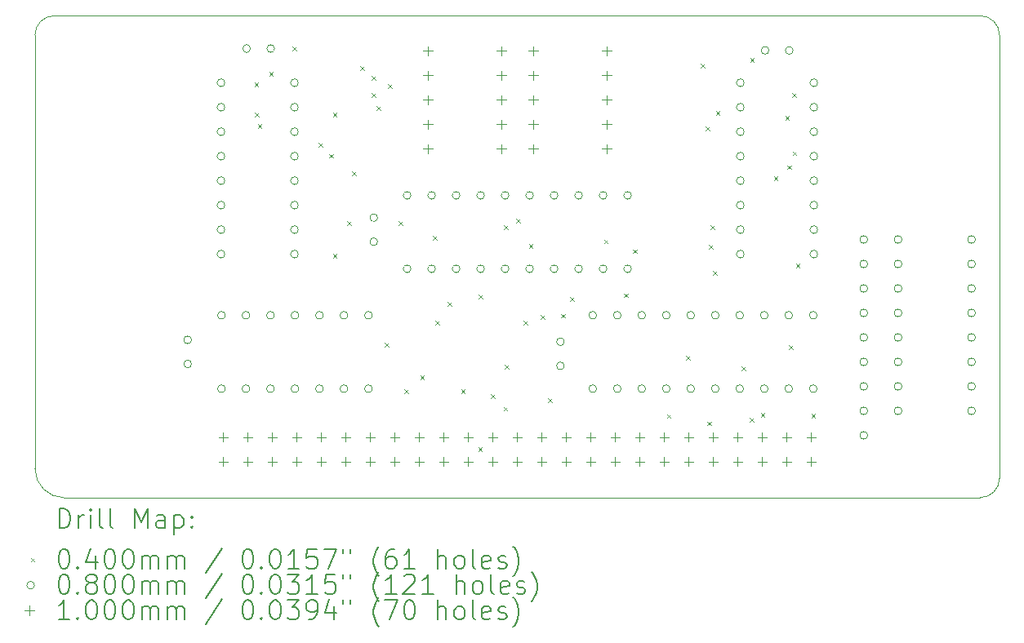
<source format=gbr>
%FSLAX45Y45*%
G04 Gerber Fmt 4.5, Leading zero omitted, Abs format (unit mm)*
G04 Created by KiCad (PCBNEW (6.0.6)) date 2022-12-03 11:10:41*
%MOMM*%
%LPD*%
G01*
G04 APERTURE LIST*
%TA.AperFunction,Profile*%
%ADD10C,0.100000*%
%TD*%
%ADD11C,0.200000*%
%ADD12C,0.040000*%
%ADD13C,0.080000*%
%ADD14C,0.100000*%
G04 APERTURE END LIST*
D10*
X10000000Y-11700000D02*
G75*
G03*
X10300000Y-12000000I300000J0D01*
G01*
X10000000Y-7200000D02*
X10000000Y-11700000D01*
X19800000Y-7000000D02*
X10200000Y-7000000D01*
X10200000Y-7000000D02*
G75*
G03*
X10000000Y-7200000I0J-200000D01*
G01*
X20000000Y-11800000D02*
X20000000Y-7200000D01*
X19800000Y-12000000D02*
G75*
G03*
X20000000Y-11800000I0J200000D01*
G01*
X20000000Y-7200000D02*
G75*
G03*
X19800000Y-7000000I-200000J0D01*
G01*
X10300000Y-12000000D02*
X19800000Y-12000000D01*
D11*
D12*
X12275000Y-7692500D02*
X12315000Y-7732500D01*
X12315000Y-7692500D02*
X12275000Y-7732500D01*
X12280000Y-8005000D02*
X12320000Y-8045000D01*
X12320000Y-8005000D02*
X12280000Y-8045000D01*
X12309262Y-8122617D02*
X12349262Y-8162617D01*
X12349262Y-8122617D02*
X12309262Y-8162617D01*
X12427500Y-7582500D02*
X12467500Y-7622500D01*
X12467500Y-7582500D02*
X12427500Y-7622500D01*
X12667300Y-7320600D02*
X12707300Y-7360600D01*
X12707300Y-7320600D02*
X12667300Y-7360600D01*
X12942500Y-8320000D02*
X12982500Y-8360000D01*
X12982500Y-8320000D02*
X12942500Y-8360000D01*
X13050269Y-8434450D02*
X13090269Y-8474450D01*
X13090269Y-8434450D02*
X13050269Y-8474450D01*
X13087500Y-8007500D02*
X13127500Y-8047500D01*
X13127500Y-8007500D02*
X13087500Y-8047500D01*
X13087500Y-9470000D02*
X13127500Y-9510000D01*
X13127500Y-9470000D02*
X13087500Y-9510000D01*
X13235000Y-9132500D02*
X13275000Y-9172500D01*
X13275000Y-9132500D02*
X13235000Y-9172500D01*
X13286033Y-8618650D02*
X13326033Y-8658650D01*
X13326033Y-8618650D02*
X13286033Y-8658650D01*
X13372500Y-7523800D02*
X13412500Y-7563800D01*
X13412500Y-7523800D02*
X13372500Y-7563800D01*
X13492800Y-7625400D02*
X13532800Y-7665400D01*
X13532800Y-7625400D02*
X13492800Y-7665400D01*
X13492800Y-7803200D02*
X13532800Y-7843200D01*
X13532800Y-7803200D02*
X13492800Y-7843200D01*
X13540000Y-7937500D02*
X13580000Y-7977500D01*
X13580000Y-7937500D02*
X13540000Y-7977500D01*
X13625000Y-10392500D02*
X13665000Y-10432500D01*
X13665000Y-10392500D02*
X13625000Y-10432500D01*
X13660000Y-7707500D02*
X13700000Y-7747500D01*
X13700000Y-7707500D02*
X13660000Y-7747500D01*
X13770636Y-9132550D02*
X13810636Y-9172550D01*
X13810636Y-9132550D02*
X13770636Y-9172550D01*
X13830000Y-10877500D02*
X13870000Y-10917500D01*
X13870000Y-10877500D02*
X13830000Y-10917500D01*
X13995000Y-10735000D02*
X14035000Y-10775000D01*
X14035000Y-10735000D02*
X13995000Y-10775000D01*
X14122500Y-9282500D02*
X14162500Y-9322500D01*
X14162500Y-9282500D02*
X14122500Y-9322500D01*
X14152500Y-10168250D02*
X14192500Y-10208250D01*
X14192500Y-10168250D02*
X14152500Y-10208250D01*
X14277550Y-9970000D02*
X14317550Y-10010000D01*
X14317550Y-9970000D02*
X14277550Y-10010000D01*
X14417500Y-10877500D02*
X14457500Y-10917500D01*
X14457500Y-10877500D02*
X14417500Y-10917500D01*
X14595000Y-11475000D02*
X14635000Y-11515000D01*
X14635000Y-11475000D02*
X14595000Y-11515000D01*
X14601641Y-9897550D02*
X14641641Y-9937550D01*
X14641641Y-9897550D02*
X14601641Y-9937550D01*
X14725000Y-10925000D02*
X14765000Y-10965000D01*
X14765000Y-10925000D02*
X14725000Y-10965000D01*
X14857500Y-11057500D02*
X14897500Y-11097500D01*
X14897500Y-11057500D02*
X14857500Y-11097500D01*
X14860000Y-9177500D02*
X14900000Y-9217500D01*
X14900000Y-9177500D02*
X14860000Y-9217500D01*
X14870000Y-10622500D02*
X14910000Y-10662500D01*
X14910000Y-10622500D02*
X14870000Y-10662500D01*
X14991738Y-9105050D02*
X15031738Y-9145050D01*
X15031738Y-9105050D02*
X14991738Y-9145050D01*
X15067450Y-10168250D02*
X15107450Y-10208250D01*
X15107450Y-10168250D02*
X15067450Y-10208250D01*
X15120000Y-9370000D02*
X15160000Y-9410000D01*
X15160000Y-9370000D02*
X15120000Y-9410000D01*
X15240531Y-10108674D02*
X15280531Y-10148674D01*
X15280531Y-10108674D02*
X15240531Y-10148674D01*
X15320000Y-10972500D02*
X15360000Y-11012500D01*
X15360000Y-10972500D02*
X15320000Y-11012500D01*
X15455000Y-10092500D02*
X15495000Y-10132500D01*
X15495000Y-10092500D02*
X15455000Y-10132500D01*
X15547500Y-9920000D02*
X15587500Y-9960000D01*
X15587500Y-9920000D02*
X15547500Y-9960000D01*
X15900000Y-9322500D02*
X15940000Y-9362500D01*
X15940000Y-9322500D02*
X15900000Y-9362500D01*
X16105000Y-9882500D02*
X16145000Y-9922500D01*
X16145000Y-9882500D02*
X16105000Y-9922500D01*
X16201426Y-9425714D02*
X16241426Y-9465714D01*
X16241426Y-9425714D02*
X16201426Y-9465714D01*
X16550960Y-11135680D02*
X16590960Y-11175680D01*
X16590960Y-11135680D02*
X16550960Y-11175680D01*
X16751620Y-10531160D02*
X16791620Y-10571160D01*
X16791620Y-10531160D02*
X16751620Y-10571160D01*
X16905000Y-7499000D02*
X16945000Y-7539000D01*
X16945000Y-7499000D02*
X16905000Y-7539000D01*
X16951000Y-8150000D02*
X16991000Y-8190000D01*
X16991000Y-8150000D02*
X16951000Y-8190000D01*
X16972600Y-11210001D02*
X17012600Y-11250001D01*
X17012600Y-11210001D02*
X16972600Y-11250001D01*
X16986494Y-9380750D02*
X17026494Y-9420750D01*
X17026494Y-9380750D02*
X16986494Y-9420750D01*
X17002500Y-9175000D02*
X17042500Y-9215000D01*
X17042500Y-9175000D02*
X17002500Y-9215000D01*
X17027500Y-9647500D02*
X17067500Y-9687500D01*
X17067500Y-9647500D02*
X17027500Y-9687500D01*
X17059000Y-7990000D02*
X17099000Y-8030000D01*
X17099000Y-7990000D02*
X17059000Y-8030000D01*
X17328200Y-10636630D02*
X17368200Y-10676630D01*
X17368200Y-10636630D02*
X17328200Y-10676630D01*
X17412500Y-11175000D02*
X17452500Y-11215000D01*
X17452500Y-11175000D02*
X17412500Y-11215000D01*
X17415000Y-7440000D02*
X17455000Y-7480000D01*
X17455000Y-7440000D02*
X17415000Y-7480000D01*
X17523780Y-11120101D02*
X17563780Y-11160101D01*
X17563780Y-11120101D02*
X17523780Y-11160101D01*
X17661000Y-8669000D02*
X17701000Y-8709000D01*
X17701000Y-8669000D02*
X17661000Y-8709000D01*
X17778550Y-8039652D02*
X17818550Y-8079652D01*
X17818550Y-8039652D02*
X17778550Y-8079652D01*
X17799000Y-8552000D02*
X17839000Y-8592000D01*
X17839000Y-8552000D02*
X17799000Y-8592000D01*
X17817846Y-10421814D02*
X17857846Y-10461814D01*
X17857846Y-10421814D02*
X17817846Y-10461814D01*
X17851000Y-7806000D02*
X17891000Y-7846000D01*
X17891000Y-7806000D02*
X17851000Y-7846000D01*
X17854000Y-8408000D02*
X17894000Y-8448000D01*
X17894000Y-8408000D02*
X17854000Y-8448000D01*
X17890000Y-9575000D02*
X17930000Y-9615000D01*
X17930000Y-9575000D02*
X17890000Y-9615000D01*
X18050000Y-11130000D02*
X18090000Y-11170000D01*
X18090000Y-11130000D02*
X18050000Y-11170000D01*
D13*
X11622400Y-10363200D02*
G75*
G03*
X11622400Y-10363200I-40000J0D01*
G01*
X11622400Y-10613200D02*
G75*
G03*
X11622400Y-10613200I-40000J0D01*
G01*
X11968000Y-7695200D02*
G75*
G03*
X11968000Y-7695200I-40000J0D01*
G01*
X11968000Y-7949200D02*
G75*
G03*
X11968000Y-7949200I-40000J0D01*
G01*
X11968000Y-8203200D02*
G75*
G03*
X11968000Y-8203200I-40000J0D01*
G01*
X11968000Y-8457200D02*
G75*
G03*
X11968000Y-8457200I-40000J0D01*
G01*
X11968000Y-8711200D02*
G75*
G03*
X11968000Y-8711200I-40000J0D01*
G01*
X11968000Y-8965200D02*
G75*
G03*
X11968000Y-8965200I-40000J0D01*
G01*
X11968000Y-9219200D02*
G75*
G03*
X11968000Y-9219200I-40000J0D01*
G01*
X11968000Y-9473200D02*
G75*
G03*
X11968000Y-9473200I-40000J0D01*
G01*
X11973000Y-10108200D02*
G75*
G03*
X11973000Y-10108200I-40000J0D01*
G01*
X11973000Y-10870200D02*
G75*
G03*
X11973000Y-10870200I-40000J0D01*
G01*
X12227000Y-10108200D02*
G75*
G03*
X12227000Y-10108200I-40000J0D01*
G01*
X12227000Y-10870200D02*
G75*
G03*
X12227000Y-10870200I-40000J0D01*
G01*
X12234000Y-7340600D02*
G75*
G03*
X12234000Y-7340600I-40000J0D01*
G01*
X12481000Y-10108200D02*
G75*
G03*
X12481000Y-10108200I-40000J0D01*
G01*
X12481000Y-10870200D02*
G75*
G03*
X12481000Y-10870200I-40000J0D01*
G01*
X12484000Y-7340600D02*
G75*
G03*
X12484000Y-7340600I-40000J0D01*
G01*
X12730000Y-7695200D02*
G75*
G03*
X12730000Y-7695200I-40000J0D01*
G01*
X12730000Y-7949200D02*
G75*
G03*
X12730000Y-7949200I-40000J0D01*
G01*
X12730000Y-8203200D02*
G75*
G03*
X12730000Y-8203200I-40000J0D01*
G01*
X12730000Y-8457200D02*
G75*
G03*
X12730000Y-8457200I-40000J0D01*
G01*
X12730000Y-8711200D02*
G75*
G03*
X12730000Y-8711200I-40000J0D01*
G01*
X12730000Y-8965200D02*
G75*
G03*
X12730000Y-8965200I-40000J0D01*
G01*
X12730000Y-9219200D02*
G75*
G03*
X12730000Y-9219200I-40000J0D01*
G01*
X12730000Y-9473200D02*
G75*
G03*
X12730000Y-9473200I-40000J0D01*
G01*
X12735000Y-10108200D02*
G75*
G03*
X12735000Y-10108200I-40000J0D01*
G01*
X12735000Y-10870200D02*
G75*
G03*
X12735000Y-10870200I-40000J0D01*
G01*
X12989000Y-10108200D02*
G75*
G03*
X12989000Y-10108200I-40000J0D01*
G01*
X12989000Y-10870200D02*
G75*
G03*
X12989000Y-10870200I-40000J0D01*
G01*
X13243000Y-10108200D02*
G75*
G03*
X13243000Y-10108200I-40000J0D01*
G01*
X13243000Y-10870200D02*
G75*
G03*
X13243000Y-10870200I-40000J0D01*
G01*
X13497000Y-10108200D02*
G75*
G03*
X13497000Y-10108200I-40000J0D01*
G01*
X13497000Y-10870200D02*
G75*
G03*
X13497000Y-10870200I-40000J0D01*
G01*
X13552800Y-9095200D02*
G75*
G03*
X13552800Y-9095200I-40000J0D01*
G01*
X13552800Y-9345200D02*
G75*
G03*
X13552800Y-9345200I-40000J0D01*
G01*
X13898000Y-8863600D02*
G75*
G03*
X13898000Y-8863600I-40000J0D01*
G01*
X13898000Y-9625600D02*
G75*
G03*
X13898000Y-9625600I-40000J0D01*
G01*
X14152000Y-8863600D02*
G75*
G03*
X14152000Y-8863600I-40000J0D01*
G01*
X14152000Y-9625600D02*
G75*
G03*
X14152000Y-9625600I-40000J0D01*
G01*
X14406000Y-8863600D02*
G75*
G03*
X14406000Y-8863600I-40000J0D01*
G01*
X14406000Y-9625600D02*
G75*
G03*
X14406000Y-9625600I-40000J0D01*
G01*
X14660000Y-8863600D02*
G75*
G03*
X14660000Y-8863600I-40000J0D01*
G01*
X14660000Y-9625600D02*
G75*
G03*
X14660000Y-9625600I-40000J0D01*
G01*
X14914000Y-8863600D02*
G75*
G03*
X14914000Y-8863600I-40000J0D01*
G01*
X14914000Y-9625600D02*
G75*
G03*
X14914000Y-9625600I-40000J0D01*
G01*
X15168000Y-8863600D02*
G75*
G03*
X15168000Y-8863600I-40000J0D01*
G01*
X15168000Y-9625600D02*
G75*
G03*
X15168000Y-9625600I-40000J0D01*
G01*
X15422000Y-8863600D02*
G75*
G03*
X15422000Y-8863600I-40000J0D01*
G01*
X15422000Y-9625600D02*
G75*
G03*
X15422000Y-9625600I-40000J0D01*
G01*
X15487500Y-10382500D02*
G75*
G03*
X15487500Y-10382500I-40000J0D01*
G01*
X15487500Y-10632500D02*
G75*
G03*
X15487500Y-10632500I-40000J0D01*
G01*
X15676000Y-8863600D02*
G75*
G03*
X15676000Y-8863600I-40000J0D01*
G01*
X15676000Y-9625600D02*
G75*
G03*
X15676000Y-9625600I-40000J0D01*
G01*
X15823000Y-10108200D02*
G75*
G03*
X15823000Y-10108200I-40000J0D01*
G01*
X15823000Y-10870200D02*
G75*
G03*
X15823000Y-10870200I-40000J0D01*
G01*
X15930000Y-8863600D02*
G75*
G03*
X15930000Y-8863600I-40000J0D01*
G01*
X15930000Y-9625600D02*
G75*
G03*
X15930000Y-9625600I-40000J0D01*
G01*
X16077000Y-10108200D02*
G75*
G03*
X16077000Y-10108200I-40000J0D01*
G01*
X16077000Y-10870200D02*
G75*
G03*
X16077000Y-10870200I-40000J0D01*
G01*
X16184000Y-8863600D02*
G75*
G03*
X16184000Y-8863600I-40000J0D01*
G01*
X16184000Y-9625600D02*
G75*
G03*
X16184000Y-9625600I-40000J0D01*
G01*
X16331000Y-10108200D02*
G75*
G03*
X16331000Y-10108200I-40000J0D01*
G01*
X16331000Y-10870200D02*
G75*
G03*
X16331000Y-10870200I-40000J0D01*
G01*
X16585000Y-10108200D02*
G75*
G03*
X16585000Y-10108200I-40000J0D01*
G01*
X16585000Y-10870200D02*
G75*
G03*
X16585000Y-10870200I-40000J0D01*
G01*
X16839000Y-10108200D02*
G75*
G03*
X16839000Y-10108200I-40000J0D01*
G01*
X16839000Y-10870200D02*
G75*
G03*
X16839000Y-10870200I-40000J0D01*
G01*
X17093000Y-10108200D02*
G75*
G03*
X17093000Y-10108200I-40000J0D01*
G01*
X17093000Y-10870200D02*
G75*
G03*
X17093000Y-10870200I-40000J0D01*
G01*
X17347000Y-10108200D02*
G75*
G03*
X17347000Y-10108200I-40000J0D01*
G01*
X17347000Y-10870200D02*
G75*
G03*
X17347000Y-10870200I-40000J0D01*
G01*
X17353000Y-7695200D02*
G75*
G03*
X17353000Y-7695200I-40000J0D01*
G01*
X17353000Y-7949200D02*
G75*
G03*
X17353000Y-7949200I-40000J0D01*
G01*
X17353000Y-8203200D02*
G75*
G03*
X17353000Y-8203200I-40000J0D01*
G01*
X17353000Y-8457200D02*
G75*
G03*
X17353000Y-8457200I-40000J0D01*
G01*
X17353000Y-8711200D02*
G75*
G03*
X17353000Y-8711200I-40000J0D01*
G01*
X17353000Y-8965200D02*
G75*
G03*
X17353000Y-8965200I-40000J0D01*
G01*
X17353000Y-9219200D02*
G75*
G03*
X17353000Y-9219200I-40000J0D01*
G01*
X17353000Y-9473200D02*
G75*
G03*
X17353000Y-9473200I-40000J0D01*
G01*
X17601000Y-10108200D02*
G75*
G03*
X17601000Y-10108200I-40000J0D01*
G01*
X17601000Y-10870200D02*
G75*
G03*
X17601000Y-10870200I-40000J0D01*
G01*
X17610000Y-7360000D02*
G75*
G03*
X17610000Y-7360000I-40000J0D01*
G01*
X17855000Y-10108200D02*
G75*
G03*
X17855000Y-10108200I-40000J0D01*
G01*
X17855000Y-10870200D02*
G75*
G03*
X17855000Y-10870200I-40000J0D01*
G01*
X17860000Y-7360000D02*
G75*
G03*
X17860000Y-7360000I-40000J0D01*
G01*
X18109000Y-10108200D02*
G75*
G03*
X18109000Y-10108200I-40000J0D01*
G01*
X18109000Y-10870200D02*
G75*
G03*
X18109000Y-10870200I-40000J0D01*
G01*
X18115000Y-7695200D02*
G75*
G03*
X18115000Y-7695200I-40000J0D01*
G01*
X18115000Y-7949200D02*
G75*
G03*
X18115000Y-7949200I-40000J0D01*
G01*
X18115000Y-8203200D02*
G75*
G03*
X18115000Y-8203200I-40000J0D01*
G01*
X18115000Y-8457200D02*
G75*
G03*
X18115000Y-8457200I-40000J0D01*
G01*
X18115000Y-8711200D02*
G75*
G03*
X18115000Y-8711200I-40000J0D01*
G01*
X18115000Y-8965200D02*
G75*
G03*
X18115000Y-8965200I-40000J0D01*
G01*
X18115000Y-9219200D02*
G75*
G03*
X18115000Y-9219200I-40000J0D01*
G01*
X18115000Y-9473200D02*
G75*
G03*
X18115000Y-9473200I-40000J0D01*
G01*
X18632800Y-9321800D02*
G75*
G03*
X18632800Y-9321800I-40000J0D01*
G01*
X18632800Y-9575800D02*
G75*
G03*
X18632800Y-9575800I-40000J0D01*
G01*
X18632800Y-9829800D02*
G75*
G03*
X18632800Y-9829800I-40000J0D01*
G01*
X18632800Y-10083800D02*
G75*
G03*
X18632800Y-10083800I-40000J0D01*
G01*
X18632800Y-10337800D02*
G75*
G03*
X18632800Y-10337800I-40000J0D01*
G01*
X18632800Y-10591800D02*
G75*
G03*
X18632800Y-10591800I-40000J0D01*
G01*
X18632800Y-10845800D02*
G75*
G03*
X18632800Y-10845800I-40000J0D01*
G01*
X18632800Y-11099800D02*
G75*
G03*
X18632800Y-11099800I-40000J0D01*
G01*
X18632800Y-11353800D02*
G75*
G03*
X18632800Y-11353800I-40000J0D01*
G01*
X18988400Y-9321800D02*
G75*
G03*
X18988400Y-9321800I-40000J0D01*
G01*
X18988400Y-9575800D02*
G75*
G03*
X18988400Y-9575800I-40000J0D01*
G01*
X18988400Y-9829800D02*
G75*
G03*
X18988400Y-9829800I-40000J0D01*
G01*
X18988400Y-10083800D02*
G75*
G03*
X18988400Y-10083800I-40000J0D01*
G01*
X18988400Y-10337800D02*
G75*
G03*
X18988400Y-10337800I-40000J0D01*
G01*
X18988400Y-10591800D02*
G75*
G03*
X18988400Y-10591800I-40000J0D01*
G01*
X18988400Y-10845800D02*
G75*
G03*
X18988400Y-10845800I-40000J0D01*
G01*
X18988400Y-11099800D02*
G75*
G03*
X18988400Y-11099800I-40000J0D01*
G01*
X19750400Y-9321800D02*
G75*
G03*
X19750400Y-9321800I-40000J0D01*
G01*
X19750400Y-9575800D02*
G75*
G03*
X19750400Y-9575800I-40000J0D01*
G01*
X19750400Y-9829800D02*
G75*
G03*
X19750400Y-9829800I-40000J0D01*
G01*
X19750400Y-10083800D02*
G75*
G03*
X19750400Y-10083800I-40000J0D01*
G01*
X19750400Y-10337800D02*
G75*
G03*
X19750400Y-10337800I-40000J0D01*
G01*
X19750400Y-10591800D02*
G75*
G03*
X19750400Y-10591800I-40000J0D01*
G01*
X19750400Y-10845800D02*
G75*
G03*
X19750400Y-10845800I-40000J0D01*
G01*
X19750400Y-11099800D02*
G75*
G03*
X19750400Y-11099800I-40000J0D01*
G01*
D14*
X11952000Y-11321000D02*
X11952000Y-11421000D01*
X11902000Y-11371000D02*
X12002000Y-11371000D01*
X11952000Y-11575000D02*
X11952000Y-11675000D01*
X11902000Y-11625000D02*
X12002000Y-11625000D01*
X12206000Y-11321000D02*
X12206000Y-11421000D01*
X12156000Y-11371000D02*
X12256000Y-11371000D01*
X12206000Y-11575000D02*
X12206000Y-11675000D01*
X12156000Y-11625000D02*
X12256000Y-11625000D01*
X12460000Y-11321000D02*
X12460000Y-11421000D01*
X12410000Y-11371000D02*
X12510000Y-11371000D01*
X12460000Y-11575000D02*
X12460000Y-11675000D01*
X12410000Y-11625000D02*
X12510000Y-11625000D01*
X12714000Y-11321000D02*
X12714000Y-11421000D01*
X12664000Y-11371000D02*
X12764000Y-11371000D01*
X12714000Y-11575000D02*
X12714000Y-11675000D01*
X12664000Y-11625000D02*
X12764000Y-11625000D01*
X12968000Y-11321000D02*
X12968000Y-11421000D01*
X12918000Y-11371000D02*
X13018000Y-11371000D01*
X12968000Y-11575000D02*
X12968000Y-11675000D01*
X12918000Y-11625000D02*
X13018000Y-11625000D01*
X13222000Y-11321000D02*
X13222000Y-11421000D01*
X13172000Y-11371000D02*
X13272000Y-11371000D01*
X13222000Y-11575000D02*
X13222000Y-11675000D01*
X13172000Y-11625000D02*
X13272000Y-11625000D01*
X13476000Y-11321000D02*
X13476000Y-11421000D01*
X13426000Y-11371000D02*
X13526000Y-11371000D01*
X13476000Y-11575000D02*
X13476000Y-11675000D01*
X13426000Y-11625000D02*
X13526000Y-11625000D01*
X13730000Y-11321000D02*
X13730000Y-11421000D01*
X13680000Y-11371000D02*
X13780000Y-11371000D01*
X13730000Y-11575000D02*
X13730000Y-11675000D01*
X13680000Y-11625000D02*
X13780000Y-11625000D01*
X13984000Y-11321000D02*
X13984000Y-11421000D01*
X13934000Y-11371000D02*
X14034000Y-11371000D01*
X13984000Y-11575000D02*
X13984000Y-11675000D01*
X13934000Y-11625000D02*
X14034000Y-11625000D01*
X14071600Y-7316000D02*
X14071600Y-7416000D01*
X14021600Y-7366000D02*
X14121600Y-7366000D01*
X14071600Y-7570000D02*
X14071600Y-7670000D01*
X14021600Y-7620000D02*
X14121600Y-7620000D01*
X14071600Y-7824000D02*
X14071600Y-7924000D01*
X14021600Y-7874000D02*
X14121600Y-7874000D01*
X14071600Y-8078000D02*
X14071600Y-8178000D01*
X14021600Y-8128000D02*
X14121600Y-8128000D01*
X14071600Y-8332000D02*
X14071600Y-8432000D01*
X14021600Y-8382000D02*
X14121600Y-8382000D01*
X14238000Y-11321000D02*
X14238000Y-11421000D01*
X14188000Y-11371000D02*
X14288000Y-11371000D01*
X14238000Y-11575000D02*
X14238000Y-11675000D01*
X14188000Y-11625000D02*
X14288000Y-11625000D01*
X14492000Y-11321000D02*
X14492000Y-11421000D01*
X14442000Y-11371000D02*
X14542000Y-11371000D01*
X14492000Y-11575000D02*
X14492000Y-11675000D01*
X14442000Y-11625000D02*
X14542000Y-11625000D01*
X14746000Y-11321000D02*
X14746000Y-11421000D01*
X14696000Y-11371000D02*
X14796000Y-11371000D01*
X14746000Y-11575000D02*
X14746000Y-11675000D01*
X14696000Y-11625000D02*
X14796000Y-11625000D01*
X14833600Y-7316000D02*
X14833600Y-7416000D01*
X14783600Y-7366000D02*
X14883600Y-7366000D01*
X14833600Y-7570000D02*
X14833600Y-7670000D01*
X14783600Y-7620000D02*
X14883600Y-7620000D01*
X14833600Y-7824000D02*
X14833600Y-7924000D01*
X14783600Y-7874000D02*
X14883600Y-7874000D01*
X14833600Y-8078000D02*
X14833600Y-8178000D01*
X14783600Y-8128000D02*
X14883600Y-8128000D01*
X14833600Y-8332000D02*
X14833600Y-8432000D01*
X14783600Y-8382000D02*
X14883600Y-8382000D01*
X15000000Y-11321000D02*
X15000000Y-11421000D01*
X14950000Y-11371000D02*
X15050000Y-11371000D01*
X15000000Y-11575000D02*
X15000000Y-11675000D01*
X14950000Y-11625000D02*
X15050000Y-11625000D01*
X15163800Y-7316000D02*
X15163800Y-7416000D01*
X15113800Y-7366000D02*
X15213800Y-7366000D01*
X15163800Y-7570000D02*
X15163800Y-7670000D01*
X15113800Y-7620000D02*
X15213800Y-7620000D01*
X15163800Y-7824000D02*
X15163800Y-7924000D01*
X15113800Y-7874000D02*
X15213800Y-7874000D01*
X15163800Y-8078000D02*
X15163800Y-8178000D01*
X15113800Y-8128000D02*
X15213800Y-8128000D01*
X15163800Y-8332000D02*
X15163800Y-8432000D01*
X15113800Y-8382000D02*
X15213800Y-8382000D01*
X15254000Y-11321000D02*
X15254000Y-11421000D01*
X15204000Y-11371000D02*
X15304000Y-11371000D01*
X15254000Y-11575000D02*
X15254000Y-11675000D01*
X15204000Y-11625000D02*
X15304000Y-11625000D01*
X15508000Y-11321000D02*
X15508000Y-11421000D01*
X15458000Y-11371000D02*
X15558000Y-11371000D01*
X15508000Y-11575000D02*
X15508000Y-11675000D01*
X15458000Y-11625000D02*
X15558000Y-11625000D01*
X15762000Y-11321000D02*
X15762000Y-11421000D01*
X15712000Y-11371000D02*
X15812000Y-11371000D01*
X15762000Y-11575000D02*
X15762000Y-11675000D01*
X15712000Y-11625000D02*
X15812000Y-11625000D01*
X15925800Y-7316000D02*
X15925800Y-7416000D01*
X15875800Y-7366000D02*
X15975800Y-7366000D01*
X15925800Y-7570000D02*
X15925800Y-7670000D01*
X15875800Y-7620000D02*
X15975800Y-7620000D01*
X15925800Y-7824000D02*
X15925800Y-7924000D01*
X15875800Y-7874000D02*
X15975800Y-7874000D01*
X15925800Y-8078000D02*
X15925800Y-8178000D01*
X15875800Y-8128000D02*
X15975800Y-8128000D01*
X15925800Y-8332000D02*
X15925800Y-8432000D01*
X15875800Y-8382000D02*
X15975800Y-8382000D01*
X16016000Y-11321000D02*
X16016000Y-11421000D01*
X15966000Y-11371000D02*
X16066000Y-11371000D01*
X16016000Y-11575000D02*
X16016000Y-11675000D01*
X15966000Y-11625000D02*
X16066000Y-11625000D01*
X16270000Y-11321000D02*
X16270000Y-11421000D01*
X16220000Y-11371000D02*
X16320000Y-11371000D01*
X16270000Y-11575000D02*
X16270000Y-11675000D01*
X16220000Y-11625000D02*
X16320000Y-11625000D01*
X16524000Y-11321000D02*
X16524000Y-11421000D01*
X16474000Y-11371000D02*
X16574000Y-11371000D01*
X16524000Y-11575000D02*
X16524000Y-11675000D01*
X16474000Y-11625000D02*
X16574000Y-11625000D01*
X16778000Y-11321000D02*
X16778000Y-11421000D01*
X16728000Y-11371000D02*
X16828000Y-11371000D01*
X16778000Y-11575000D02*
X16778000Y-11675000D01*
X16728000Y-11625000D02*
X16828000Y-11625000D01*
X17032000Y-11321000D02*
X17032000Y-11421000D01*
X16982000Y-11371000D02*
X17082000Y-11371000D01*
X17032000Y-11575000D02*
X17032000Y-11675000D01*
X16982000Y-11625000D02*
X17082000Y-11625000D01*
X17286000Y-11321000D02*
X17286000Y-11421000D01*
X17236000Y-11371000D02*
X17336000Y-11371000D01*
X17286000Y-11575000D02*
X17286000Y-11675000D01*
X17236000Y-11625000D02*
X17336000Y-11625000D01*
X17540000Y-11321000D02*
X17540000Y-11421000D01*
X17490000Y-11371000D02*
X17590000Y-11371000D01*
X17540000Y-11575000D02*
X17540000Y-11675000D01*
X17490000Y-11625000D02*
X17590000Y-11625000D01*
X17794000Y-11321000D02*
X17794000Y-11421000D01*
X17744000Y-11371000D02*
X17844000Y-11371000D01*
X17794000Y-11575000D02*
X17794000Y-11675000D01*
X17744000Y-11625000D02*
X17844000Y-11625000D01*
X18048000Y-11321000D02*
X18048000Y-11421000D01*
X17998000Y-11371000D02*
X18098000Y-11371000D01*
X18048000Y-11575000D02*
X18048000Y-11675000D01*
X17998000Y-11625000D02*
X18098000Y-11625000D01*
D11*
X10252619Y-12315476D02*
X10252619Y-12115476D01*
X10300238Y-12115476D01*
X10328810Y-12125000D01*
X10347857Y-12144048D01*
X10357381Y-12163095D01*
X10366905Y-12201190D01*
X10366905Y-12229762D01*
X10357381Y-12267857D01*
X10347857Y-12286905D01*
X10328810Y-12305952D01*
X10300238Y-12315476D01*
X10252619Y-12315476D01*
X10452619Y-12315476D02*
X10452619Y-12182143D01*
X10452619Y-12220238D02*
X10462143Y-12201190D01*
X10471667Y-12191667D01*
X10490714Y-12182143D01*
X10509762Y-12182143D01*
X10576429Y-12315476D02*
X10576429Y-12182143D01*
X10576429Y-12115476D02*
X10566905Y-12125000D01*
X10576429Y-12134524D01*
X10585952Y-12125000D01*
X10576429Y-12115476D01*
X10576429Y-12134524D01*
X10700238Y-12315476D02*
X10681190Y-12305952D01*
X10671667Y-12286905D01*
X10671667Y-12115476D01*
X10805000Y-12315476D02*
X10785952Y-12305952D01*
X10776429Y-12286905D01*
X10776429Y-12115476D01*
X11033571Y-12315476D02*
X11033571Y-12115476D01*
X11100238Y-12258333D01*
X11166905Y-12115476D01*
X11166905Y-12315476D01*
X11347857Y-12315476D02*
X11347857Y-12210714D01*
X11338333Y-12191667D01*
X11319286Y-12182143D01*
X11281190Y-12182143D01*
X11262143Y-12191667D01*
X11347857Y-12305952D02*
X11328809Y-12315476D01*
X11281190Y-12315476D01*
X11262143Y-12305952D01*
X11252619Y-12286905D01*
X11252619Y-12267857D01*
X11262143Y-12248809D01*
X11281190Y-12239286D01*
X11328809Y-12239286D01*
X11347857Y-12229762D01*
X11443095Y-12182143D02*
X11443095Y-12382143D01*
X11443095Y-12191667D02*
X11462143Y-12182143D01*
X11500238Y-12182143D01*
X11519286Y-12191667D01*
X11528809Y-12201190D01*
X11538333Y-12220238D01*
X11538333Y-12277381D01*
X11528809Y-12296428D01*
X11519286Y-12305952D01*
X11500238Y-12315476D01*
X11462143Y-12315476D01*
X11443095Y-12305952D01*
X11624048Y-12296428D02*
X11633571Y-12305952D01*
X11624048Y-12315476D01*
X11614524Y-12305952D01*
X11624048Y-12296428D01*
X11624048Y-12315476D01*
X11624048Y-12191667D02*
X11633571Y-12201190D01*
X11624048Y-12210714D01*
X11614524Y-12201190D01*
X11624048Y-12191667D01*
X11624048Y-12210714D01*
D12*
X9955000Y-12625000D02*
X9995000Y-12665000D01*
X9995000Y-12625000D02*
X9955000Y-12665000D01*
D11*
X10290714Y-12535476D02*
X10309762Y-12535476D01*
X10328810Y-12545000D01*
X10338333Y-12554524D01*
X10347857Y-12573571D01*
X10357381Y-12611667D01*
X10357381Y-12659286D01*
X10347857Y-12697381D01*
X10338333Y-12716428D01*
X10328810Y-12725952D01*
X10309762Y-12735476D01*
X10290714Y-12735476D01*
X10271667Y-12725952D01*
X10262143Y-12716428D01*
X10252619Y-12697381D01*
X10243095Y-12659286D01*
X10243095Y-12611667D01*
X10252619Y-12573571D01*
X10262143Y-12554524D01*
X10271667Y-12545000D01*
X10290714Y-12535476D01*
X10443095Y-12716428D02*
X10452619Y-12725952D01*
X10443095Y-12735476D01*
X10433571Y-12725952D01*
X10443095Y-12716428D01*
X10443095Y-12735476D01*
X10624048Y-12602143D02*
X10624048Y-12735476D01*
X10576429Y-12525952D02*
X10528810Y-12668809D01*
X10652619Y-12668809D01*
X10766905Y-12535476D02*
X10785952Y-12535476D01*
X10805000Y-12545000D01*
X10814524Y-12554524D01*
X10824048Y-12573571D01*
X10833571Y-12611667D01*
X10833571Y-12659286D01*
X10824048Y-12697381D01*
X10814524Y-12716428D01*
X10805000Y-12725952D01*
X10785952Y-12735476D01*
X10766905Y-12735476D01*
X10747857Y-12725952D01*
X10738333Y-12716428D01*
X10728810Y-12697381D01*
X10719286Y-12659286D01*
X10719286Y-12611667D01*
X10728810Y-12573571D01*
X10738333Y-12554524D01*
X10747857Y-12545000D01*
X10766905Y-12535476D01*
X10957381Y-12535476D02*
X10976429Y-12535476D01*
X10995476Y-12545000D01*
X11005000Y-12554524D01*
X11014524Y-12573571D01*
X11024048Y-12611667D01*
X11024048Y-12659286D01*
X11014524Y-12697381D01*
X11005000Y-12716428D01*
X10995476Y-12725952D01*
X10976429Y-12735476D01*
X10957381Y-12735476D01*
X10938333Y-12725952D01*
X10928810Y-12716428D01*
X10919286Y-12697381D01*
X10909762Y-12659286D01*
X10909762Y-12611667D01*
X10919286Y-12573571D01*
X10928810Y-12554524D01*
X10938333Y-12545000D01*
X10957381Y-12535476D01*
X11109762Y-12735476D02*
X11109762Y-12602143D01*
X11109762Y-12621190D02*
X11119286Y-12611667D01*
X11138333Y-12602143D01*
X11166905Y-12602143D01*
X11185952Y-12611667D01*
X11195476Y-12630714D01*
X11195476Y-12735476D01*
X11195476Y-12630714D02*
X11205000Y-12611667D01*
X11224048Y-12602143D01*
X11252619Y-12602143D01*
X11271667Y-12611667D01*
X11281190Y-12630714D01*
X11281190Y-12735476D01*
X11376428Y-12735476D02*
X11376428Y-12602143D01*
X11376428Y-12621190D02*
X11385952Y-12611667D01*
X11405000Y-12602143D01*
X11433571Y-12602143D01*
X11452619Y-12611667D01*
X11462143Y-12630714D01*
X11462143Y-12735476D01*
X11462143Y-12630714D02*
X11471667Y-12611667D01*
X11490714Y-12602143D01*
X11519286Y-12602143D01*
X11538333Y-12611667D01*
X11547857Y-12630714D01*
X11547857Y-12735476D01*
X11938333Y-12525952D02*
X11766905Y-12783095D01*
X12195476Y-12535476D02*
X12214524Y-12535476D01*
X12233571Y-12545000D01*
X12243095Y-12554524D01*
X12252619Y-12573571D01*
X12262143Y-12611667D01*
X12262143Y-12659286D01*
X12252619Y-12697381D01*
X12243095Y-12716428D01*
X12233571Y-12725952D01*
X12214524Y-12735476D01*
X12195476Y-12735476D01*
X12176428Y-12725952D01*
X12166905Y-12716428D01*
X12157381Y-12697381D01*
X12147857Y-12659286D01*
X12147857Y-12611667D01*
X12157381Y-12573571D01*
X12166905Y-12554524D01*
X12176428Y-12545000D01*
X12195476Y-12535476D01*
X12347857Y-12716428D02*
X12357381Y-12725952D01*
X12347857Y-12735476D01*
X12338333Y-12725952D01*
X12347857Y-12716428D01*
X12347857Y-12735476D01*
X12481190Y-12535476D02*
X12500238Y-12535476D01*
X12519286Y-12545000D01*
X12528809Y-12554524D01*
X12538333Y-12573571D01*
X12547857Y-12611667D01*
X12547857Y-12659286D01*
X12538333Y-12697381D01*
X12528809Y-12716428D01*
X12519286Y-12725952D01*
X12500238Y-12735476D01*
X12481190Y-12735476D01*
X12462143Y-12725952D01*
X12452619Y-12716428D01*
X12443095Y-12697381D01*
X12433571Y-12659286D01*
X12433571Y-12611667D01*
X12443095Y-12573571D01*
X12452619Y-12554524D01*
X12462143Y-12545000D01*
X12481190Y-12535476D01*
X12738333Y-12735476D02*
X12624048Y-12735476D01*
X12681190Y-12735476D02*
X12681190Y-12535476D01*
X12662143Y-12564048D01*
X12643095Y-12583095D01*
X12624048Y-12592619D01*
X12919286Y-12535476D02*
X12824048Y-12535476D01*
X12814524Y-12630714D01*
X12824048Y-12621190D01*
X12843095Y-12611667D01*
X12890714Y-12611667D01*
X12909762Y-12621190D01*
X12919286Y-12630714D01*
X12928809Y-12649762D01*
X12928809Y-12697381D01*
X12919286Y-12716428D01*
X12909762Y-12725952D01*
X12890714Y-12735476D01*
X12843095Y-12735476D01*
X12824048Y-12725952D01*
X12814524Y-12716428D01*
X12995476Y-12535476D02*
X13128809Y-12535476D01*
X13043095Y-12735476D01*
X13195476Y-12535476D02*
X13195476Y-12573571D01*
X13271667Y-12535476D02*
X13271667Y-12573571D01*
X13566905Y-12811667D02*
X13557381Y-12802143D01*
X13538333Y-12773571D01*
X13528809Y-12754524D01*
X13519286Y-12725952D01*
X13509762Y-12678333D01*
X13509762Y-12640238D01*
X13519286Y-12592619D01*
X13528809Y-12564048D01*
X13538333Y-12545000D01*
X13557381Y-12516428D01*
X13566905Y-12506905D01*
X13728809Y-12535476D02*
X13690714Y-12535476D01*
X13671667Y-12545000D01*
X13662143Y-12554524D01*
X13643095Y-12583095D01*
X13633571Y-12621190D01*
X13633571Y-12697381D01*
X13643095Y-12716428D01*
X13652619Y-12725952D01*
X13671667Y-12735476D01*
X13709762Y-12735476D01*
X13728809Y-12725952D01*
X13738333Y-12716428D01*
X13747857Y-12697381D01*
X13747857Y-12649762D01*
X13738333Y-12630714D01*
X13728809Y-12621190D01*
X13709762Y-12611667D01*
X13671667Y-12611667D01*
X13652619Y-12621190D01*
X13643095Y-12630714D01*
X13633571Y-12649762D01*
X13938333Y-12735476D02*
X13824048Y-12735476D01*
X13881190Y-12735476D02*
X13881190Y-12535476D01*
X13862143Y-12564048D01*
X13843095Y-12583095D01*
X13824048Y-12592619D01*
X14176428Y-12735476D02*
X14176428Y-12535476D01*
X14262143Y-12735476D02*
X14262143Y-12630714D01*
X14252619Y-12611667D01*
X14233571Y-12602143D01*
X14205000Y-12602143D01*
X14185952Y-12611667D01*
X14176428Y-12621190D01*
X14385952Y-12735476D02*
X14366905Y-12725952D01*
X14357381Y-12716428D01*
X14347857Y-12697381D01*
X14347857Y-12640238D01*
X14357381Y-12621190D01*
X14366905Y-12611667D01*
X14385952Y-12602143D01*
X14414524Y-12602143D01*
X14433571Y-12611667D01*
X14443095Y-12621190D01*
X14452619Y-12640238D01*
X14452619Y-12697381D01*
X14443095Y-12716428D01*
X14433571Y-12725952D01*
X14414524Y-12735476D01*
X14385952Y-12735476D01*
X14566905Y-12735476D02*
X14547857Y-12725952D01*
X14538333Y-12706905D01*
X14538333Y-12535476D01*
X14719286Y-12725952D02*
X14700238Y-12735476D01*
X14662143Y-12735476D01*
X14643095Y-12725952D01*
X14633571Y-12706905D01*
X14633571Y-12630714D01*
X14643095Y-12611667D01*
X14662143Y-12602143D01*
X14700238Y-12602143D01*
X14719286Y-12611667D01*
X14728809Y-12630714D01*
X14728809Y-12649762D01*
X14633571Y-12668809D01*
X14805000Y-12725952D02*
X14824048Y-12735476D01*
X14862143Y-12735476D01*
X14881190Y-12725952D01*
X14890714Y-12706905D01*
X14890714Y-12697381D01*
X14881190Y-12678333D01*
X14862143Y-12668809D01*
X14833571Y-12668809D01*
X14814524Y-12659286D01*
X14805000Y-12640238D01*
X14805000Y-12630714D01*
X14814524Y-12611667D01*
X14833571Y-12602143D01*
X14862143Y-12602143D01*
X14881190Y-12611667D01*
X14957381Y-12811667D02*
X14966905Y-12802143D01*
X14985952Y-12773571D01*
X14995476Y-12754524D01*
X15005000Y-12725952D01*
X15014524Y-12678333D01*
X15014524Y-12640238D01*
X15005000Y-12592619D01*
X14995476Y-12564048D01*
X14985952Y-12545000D01*
X14966905Y-12516428D01*
X14957381Y-12506905D01*
D13*
X9995000Y-12909000D02*
G75*
G03*
X9995000Y-12909000I-40000J0D01*
G01*
D11*
X10290714Y-12799476D02*
X10309762Y-12799476D01*
X10328810Y-12809000D01*
X10338333Y-12818524D01*
X10347857Y-12837571D01*
X10357381Y-12875667D01*
X10357381Y-12923286D01*
X10347857Y-12961381D01*
X10338333Y-12980428D01*
X10328810Y-12989952D01*
X10309762Y-12999476D01*
X10290714Y-12999476D01*
X10271667Y-12989952D01*
X10262143Y-12980428D01*
X10252619Y-12961381D01*
X10243095Y-12923286D01*
X10243095Y-12875667D01*
X10252619Y-12837571D01*
X10262143Y-12818524D01*
X10271667Y-12809000D01*
X10290714Y-12799476D01*
X10443095Y-12980428D02*
X10452619Y-12989952D01*
X10443095Y-12999476D01*
X10433571Y-12989952D01*
X10443095Y-12980428D01*
X10443095Y-12999476D01*
X10566905Y-12885190D02*
X10547857Y-12875667D01*
X10538333Y-12866143D01*
X10528810Y-12847095D01*
X10528810Y-12837571D01*
X10538333Y-12818524D01*
X10547857Y-12809000D01*
X10566905Y-12799476D01*
X10605000Y-12799476D01*
X10624048Y-12809000D01*
X10633571Y-12818524D01*
X10643095Y-12837571D01*
X10643095Y-12847095D01*
X10633571Y-12866143D01*
X10624048Y-12875667D01*
X10605000Y-12885190D01*
X10566905Y-12885190D01*
X10547857Y-12894714D01*
X10538333Y-12904238D01*
X10528810Y-12923286D01*
X10528810Y-12961381D01*
X10538333Y-12980428D01*
X10547857Y-12989952D01*
X10566905Y-12999476D01*
X10605000Y-12999476D01*
X10624048Y-12989952D01*
X10633571Y-12980428D01*
X10643095Y-12961381D01*
X10643095Y-12923286D01*
X10633571Y-12904238D01*
X10624048Y-12894714D01*
X10605000Y-12885190D01*
X10766905Y-12799476D02*
X10785952Y-12799476D01*
X10805000Y-12809000D01*
X10814524Y-12818524D01*
X10824048Y-12837571D01*
X10833571Y-12875667D01*
X10833571Y-12923286D01*
X10824048Y-12961381D01*
X10814524Y-12980428D01*
X10805000Y-12989952D01*
X10785952Y-12999476D01*
X10766905Y-12999476D01*
X10747857Y-12989952D01*
X10738333Y-12980428D01*
X10728810Y-12961381D01*
X10719286Y-12923286D01*
X10719286Y-12875667D01*
X10728810Y-12837571D01*
X10738333Y-12818524D01*
X10747857Y-12809000D01*
X10766905Y-12799476D01*
X10957381Y-12799476D02*
X10976429Y-12799476D01*
X10995476Y-12809000D01*
X11005000Y-12818524D01*
X11014524Y-12837571D01*
X11024048Y-12875667D01*
X11024048Y-12923286D01*
X11014524Y-12961381D01*
X11005000Y-12980428D01*
X10995476Y-12989952D01*
X10976429Y-12999476D01*
X10957381Y-12999476D01*
X10938333Y-12989952D01*
X10928810Y-12980428D01*
X10919286Y-12961381D01*
X10909762Y-12923286D01*
X10909762Y-12875667D01*
X10919286Y-12837571D01*
X10928810Y-12818524D01*
X10938333Y-12809000D01*
X10957381Y-12799476D01*
X11109762Y-12999476D02*
X11109762Y-12866143D01*
X11109762Y-12885190D02*
X11119286Y-12875667D01*
X11138333Y-12866143D01*
X11166905Y-12866143D01*
X11185952Y-12875667D01*
X11195476Y-12894714D01*
X11195476Y-12999476D01*
X11195476Y-12894714D02*
X11205000Y-12875667D01*
X11224048Y-12866143D01*
X11252619Y-12866143D01*
X11271667Y-12875667D01*
X11281190Y-12894714D01*
X11281190Y-12999476D01*
X11376428Y-12999476D02*
X11376428Y-12866143D01*
X11376428Y-12885190D02*
X11385952Y-12875667D01*
X11405000Y-12866143D01*
X11433571Y-12866143D01*
X11452619Y-12875667D01*
X11462143Y-12894714D01*
X11462143Y-12999476D01*
X11462143Y-12894714D02*
X11471667Y-12875667D01*
X11490714Y-12866143D01*
X11519286Y-12866143D01*
X11538333Y-12875667D01*
X11547857Y-12894714D01*
X11547857Y-12999476D01*
X11938333Y-12789952D02*
X11766905Y-13047095D01*
X12195476Y-12799476D02*
X12214524Y-12799476D01*
X12233571Y-12809000D01*
X12243095Y-12818524D01*
X12252619Y-12837571D01*
X12262143Y-12875667D01*
X12262143Y-12923286D01*
X12252619Y-12961381D01*
X12243095Y-12980428D01*
X12233571Y-12989952D01*
X12214524Y-12999476D01*
X12195476Y-12999476D01*
X12176428Y-12989952D01*
X12166905Y-12980428D01*
X12157381Y-12961381D01*
X12147857Y-12923286D01*
X12147857Y-12875667D01*
X12157381Y-12837571D01*
X12166905Y-12818524D01*
X12176428Y-12809000D01*
X12195476Y-12799476D01*
X12347857Y-12980428D02*
X12357381Y-12989952D01*
X12347857Y-12999476D01*
X12338333Y-12989952D01*
X12347857Y-12980428D01*
X12347857Y-12999476D01*
X12481190Y-12799476D02*
X12500238Y-12799476D01*
X12519286Y-12809000D01*
X12528809Y-12818524D01*
X12538333Y-12837571D01*
X12547857Y-12875667D01*
X12547857Y-12923286D01*
X12538333Y-12961381D01*
X12528809Y-12980428D01*
X12519286Y-12989952D01*
X12500238Y-12999476D01*
X12481190Y-12999476D01*
X12462143Y-12989952D01*
X12452619Y-12980428D01*
X12443095Y-12961381D01*
X12433571Y-12923286D01*
X12433571Y-12875667D01*
X12443095Y-12837571D01*
X12452619Y-12818524D01*
X12462143Y-12809000D01*
X12481190Y-12799476D01*
X12614524Y-12799476D02*
X12738333Y-12799476D01*
X12671667Y-12875667D01*
X12700238Y-12875667D01*
X12719286Y-12885190D01*
X12728809Y-12894714D01*
X12738333Y-12913762D01*
X12738333Y-12961381D01*
X12728809Y-12980428D01*
X12719286Y-12989952D01*
X12700238Y-12999476D01*
X12643095Y-12999476D01*
X12624048Y-12989952D01*
X12614524Y-12980428D01*
X12928809Y-12999476D02*
X12814524Y-12999476D01*
X12871667Y-12999476D02*
X12871667Y-12799476D01*
X12852619Y-12828048D01*
X12833571Y-12847095D01*
X12814524Y-12856619D01*
X13109762Y-12799476D02*
X13014524Y-12799476D01*
X13005000Y-12894714D01*
X13014524Y-12885190D01*
X13033571Y-12875667D01*
X13081190Y-12875667D01*
X13100238Y-12885190D01*
X13109762Y-12894714D01*
X13119286Y-12913762D01*
X13119286Y-12961381D01*
X13109762Y-12980428D01*
X13100238Y-12989952D01*
X13081190Y-12999476D01*
X13033571Y-12999476D01*
X13014524Y-12989952D01*
X13005000Y-12980428D01*
X13195476Y-12799476D02*
X13195476Y-12837571D01*
X13271667Y-12799476D02*
X13271667Y-12837571D01*
X13566905Y-13075667D02*
X13557381Y-13066143D01*
X13538333Y-13037571D01*
X13528809Y-13018524D01*
X13519286Y-12989952D01*
X13509762Y-12942333D01*
X13509762Y-12904238D01*
X13519286Y-12856619D01*
X13528809Y-12828048D01*
X13538333Y-12809000D01*
X13557381Y-12780428D01*
X13566905Y-12770905D01*
X13747857Y-12999476D02*
X13633571Y-12999476D01*
X13690714Y-12999476D02*
X13690714Y-12799476D01*
X13671667Y-12828048D01*
X13652619Y-12847095D01*
X13633571Y-12856619D01*
X13824048Y-12818524D02*
X13833571Y-12809000D01*
X13852619Y-12799476D01*
X13900238Y-12799476D01*
X13919286Y-12809000D01*
X13928809Y-12818524D01*
X13938333Y-12837571D01*
X13938333Y-12856619D01*
X13928809Y-12885190D01*
X13814524Y-12999476D01*
X13938333Y-12999476D01*
X14128809Y-12999476D02*
X14014524Y-12999476D01*
X14071667Y-12999476D02*
X14071667Y-12799476D01*
X14052619Y-12828048D01*
X14033571Y-12847095D01*
X14014524Y-12856619D01*
X14366905Y-12999476D02*
X14366905Y-12799476D01*
X14452619Y-12999476D02*
X14452619Y-12894714D01*
X14443095Y-12875667D01*
X14424048Y-12866143D01*
X14395476Y-12866143D01*
X14376428Y-12875667D01*
X14366905Y-12885190D01*
X14576428Y-12999476D02*
X14557381Y-12989952D01*
X14547857Y-12980428D01*
X14538333Y-12961381D01*
X14538333Y-12904238D01*
X14547857Y-12885190D01*
X14557381Y-12875667D01*
X14576428Y-12866143D01*
X14605000Y-12866143D01*
X14624048Y-12875667D01*
X14633571Y-12885190D01*
X14643095Y-12904238D01*
X14643095Y-12961381D01*
X14633571Y-12980428D01*
X14624048Y-12989952D01*
X14605000Y-12999476D01*
X14576428Y-12999476D01*
X14757381Y-12999476D02*
X14738333Y-12989952D01*
X14728809Y-12970905D01*
X14728809Y-12799476D01*
X14909762Y-12989952D02*
X14890714Y-12999476D01*
X14852619Y-12999476D01*
X14833571Y-12989952D01*
X14824048Y-12970905D01*
X14824048Y-12894714D01*
X14833571Y-12875667D01*
X14852619Y-12866143D01*
X14890714Y-12866143D01*
X14909762Y-12875667D01*
X14919286Y-12894714D01*
X14919286Y-12913762D01*
X14824048Y-12932809D01*
X14995476Y-12989952D02*
X15014524Y-12999476D01*
X15052619Y-12999476D01*
X15071667Y-12989952D01*
X15081190Y-12970905D01*
X15081190Y-12961381D01*
X15071667Y-12942333D01*
X15052619Y-12932809D01*
X15024048Y-12932809D01*
X15005000Y-12923286D01*
X14995476Y-12904238D01*
X14995476Y-12894714D01*
X15005000Y-12875667D01*
X15024048Y-12866143D01*
X15052619Y-12866143D01*
X15071667Y-12875667D01*
X15147857Y-13075667D02*
X15157381Y-13066143D01*
X15176428Y-13037571D01*
X15185952Y-13018524D01*
X15195476Y-12989952D01*
X15205000Y-12942333D01*
X15205000Y-12904238D01*
X15195476Y-12856619D01*
X15185952Y-12828048D01*
X15176428Y-12809000D01*
X15157381Y-12780428D01*
X15147857Y-12770905D01*
D14*
X9945000Y-13123000D02*
X9945000Y-13223000D01*
X9895000Y-13173000D02*
X9995000Y-13173000D01*
D11*
X10357381Y-13263476D02*
X10243095Y-13263476D01*
X10300238Y-13263476D02*
X10300238Y-13063476D01*
X10281190Y-13092048D01*
X10262143Y-13111095D01*
X10243095Y-13120619D01*
X10443095Y-13244428D02*
X10452619Y-13253952D01*
X10443095Y-13263476D01*
X10433571Y-13253952D01*
X10443095Y-13244428D01*
X10443095Y-13263476D01*
X10576429Y-13063476D02*
X10595476Y-13063476D01*
X10614524Y-13073000D01*
X10624048Y-13082524D01*
X10633571Y-13101571D01*
X10643095Y-13139667D01*
X10643095Y-13187286D01*
X10633571Y-13225381D01*
X10624048Y-13244428D01*
X10614524Y-13253952D01*
X10595476Y-13263476D01*
X10576429Y-13263476D01*
X10557381Y-13253952D01*
X10547857Y-13244428D01*
X10538333Y-13225381D01*
X10528810Y-13187286D01*
X10528810Y-13139667D01*
X10538333Y-13101571D01*
X10547857Y-13082524D01*
X10557381Y-13073000D01*
X10576429Y-13063476D01*
X10766905Y-13063476D02*
X10785952Y-13063476D01*
X10805000Y-13073000D01*
X10814524Y-13082524D01*
X10824048Y-13101571D01*
X10833571Y-13139667D01*
X10833571Y-13187286D01*
X10824048Y-13225381D01*
X10814524Y-13244428D01*
X10805000Y-13253952D01*
X10785952Y-13263476D01*
X10766905Y-13263476D01*
X10747857Y-13253952D01*
X10738333Y-13244428D01*
X10728810Y-13225381D01*
X10719286Y-13187286D01*
X10719286Y-13139667D01*
X10728810Y-13101571D01*
X10738333Y-13082524D01*
X10747857Y-13073000D01*
X10766905Y-13063476D01*
X10957381Y-13063476D02*
X10976429Y-13063476D01*
X10995476Y-13073000D01*
X11005000Y-13082524D01*
X11014524Y-13101571D01*
X11024048Y-13139667D01*
X11024048Y-13187286D01*
X11014524Y-13225381D01*
X11005000Y-13244428D01*
X10995476Y-13253952D01*
X10976429Y-13263476D01*
X10957381Y-13263476D01*
X10938333Y-13253952D01*
X10928810Y-13244428D01*
X10919286Y-13225381D01*
X10909762Y-13187286D01*
X10909762Y-13139667D01*
X10919286Y-13101571D01*
X10928810Y-13082524D01*
X10938333Y-13073000D01*
X10957381Y-13063476D01*
X11109762Y-13263476D02*
X11109762Y-13130143D01*
X11109762Y-13149190D02*
X11119286Y-13139667D01*
X11138333Y-13130143D01*
X11166905Y-13130143D01*
X11185952Y-13139667D01*
X11195476Y-13158714D01*
X11195476Y-13263476D01*
X11195476Y-13158714D02*
X11205000Y-13139667D01*
X11224048Y-13130143D01*
X11252619Y-13130143D01*
X11271667Y-13139667D01*
X11281190Y-13158714D01*
X11281190Y-13263476D01*
X11376428Y-13263476D02*
X11376428Y-13130143D01*
X11376428Y-13149190D02*
X11385952Y-13139667D01*
X11405000Y-13130143D01*
X11433571Y-13130143D01*
X11452619Y-13139667D01*
X11462143Y-13158714D01*
X11462143Y-13263476D01*
X11462143Y-13158714D02*
X11471667Y-13139667D01*
X11490714Y-13130143D01*
X11519286Y-13130143D01*
X11538333Y-13139667D01*
X11547857Y-13158714D01*
X11547857Y-13263476D01*
X11938333Y-13053952D02*
X11766905Y-13311095D01*
X12195476Y-13063476D02*
X12214524Y-13063476D01*
X12233571Y-13073000D01*
X12243095Y-13082524D01*
X12252619Y-13101571D01*
X12262143Y-13139667D01*
X12262143Y-13187286D01*
X12252619Y-13225381D01*
X12243095Y-13244428D01*
X12233571Y-13253952D01*
X12214524Y-13263476D01*
X12195476Y-13263476D01*
X12176428Y-13253952D01*
X12166905Y-13244428D01*
X12157381Y-13225381D01*
X12147857Y-13187286D01*
X12147857Y-13139667D01*
X12157381Y-13101571D01*
X12166905Y-13082524D01*
X12176428Y-13073000D01*
X12195476Y-13063476D01*
X12347857Y-13244428D02*
X12357381Y-13253952D01*
X12347857Y-13263476D01*
X12338333Y-13253952D01*
X12347857Y-13244428D01*
X12347857Y-13263476D01*
X12481190Y-13063476D02*
X12500238Y-13063476D01*
X12519286Y-13073000D01*
X12528809Y-13082524D01*
X12538333Y-13101571D01*
X12547857Y-13139667D01*
X12547857Y-13187286D01*
X12538333Y-13225381D01*
X12528809Y-13244428D01*
X12519286Y-13253952D01*
X12500238Y-13263476D01*
X12481190Y-13263476D01*
X12462143Y-13253952D01*
X12452619Y-13244428D01*
X12443095Y-13225381D01*
X12433571Y-13187286D01*
X12433571Y-13139667D01*
X12443095Y-13101571D01*
X12452619Y-13082524D01*
X12462143Y-13073000D01*
X12481190Y-13063476D01*
X12614524Y-13063476D02*
X12738333Y-13063476D01*
X12671667Y-13139667D01*
X12700238Y-13139667D01*
X12719286Y-13149190D01*
X12728809Y-13158714D01*
X12738333Y-13177762D01*
X12738333Y-13225381D01*
X12728809Y-13244428D01*
X12719286Y-13253952D01*
X12700238Y-13263476D01*
X12643095Y-13263476D01*
X12624048Y-13253952D01*
X12614524Y-13244428D01*
X12833571Y-13263476D02*
X12871667Y-13263476D01*
X12890714Y-13253952D01*
X12900238Y-13244428D01*
X12919286Y-13215857D01*
X12928809Y-13177762D01*
X12928809Y-13101571D01*
X12919286Y-13082524D01*
X12909762Y-13073000D01*
X12890714Y-13063476D01*
X12852619Y-13063476D01*
X12833571Y-13073000D01*
X12824048Y-13082524D01*
X12814524Y-13101571D01*
X12814524Y-13149190D01*
X12824048Y-13168238D01*
X12833571Y-13177762D01*
X12852619Y-13187286D01*
X12890714Y-13187286D01*
X12909762Y-13177762D01*
X12919286Y-13168238D01*
X12928809Y-13149190D01*
X13100238Y-13130143D02*
X13100238Y-13263476D01*
X13052619Y-13053952D02*
X13005000Y-13196809D01*
X13128809Y-13196809D01*
X13195476Y-13063476D02*
X13195476Y-13101571D01*
X13271667Y-13063476D02*
X13271667Y-13101571D01*
X13566905Y-13339667D02*
X13557381Y-13330143D01*
X13538333Y-13301571D01*
X13528809Y-13282524D01*
X13519286Y-13253952D01*
X13509762Y-13206333D01*
X13509762Y-13168238D01*
X13519286Y-13120619D01*
X13528809Y-13092048D01*
X13538333Y-13073000D01*
X13557381Y-13044428D01*
X13566905Y-13034905D01*
X13624048Y-13063476D02*
X13757381Y-13063476D01*
X13671667Y-13263476D01*
X13871667Y-13063476D02*
X13890714Y-13063476D01*
X13909762Y-13073000D01*
X13919286Y-13082524D01*
X13928809Y-13101571D01*
X13938333Y-13139667D01*
X13938333Y-13187286D01*
X13928809Y-13225381D01*
X13919286Y-13244428D01*
X13909762Y-13253952D01*
X13890714Y-13263476D01*
X13871667Y-13263476D01*
X13852619Y-13253952D01*
X13843095Y-13244428D01*
X13833571Y-13225381D01*
X13824048Y-13187286D01*
X13824048Y-13139667D01*
X13833571Y-13101571D01*
X13843095Y-13082524D01*
X13852619Y-13073000D01*
X13871667Y-13063476D01*
X14176428Y-13263476D02*
X14176428Y-13063476D01*
X14262143Y-13263476D02*
X14262143Y-13158714D01*
X14252619Y-13139667D01*
X14233571Y-13130143D01*
X14205000Y-13130143D01*
X14185952Y-13139667D01*
X14176428Y-13149190D01*
X14385952Y-13263476D02*
X14366905Y-13253952D01*
X14357381Y-13244428D01*
X14347857Y-13225381D01*
X14347857Y-13168238D01*
X14357381Y-13149190D01*
X14366905Y-13139667D01*
X14385952Y-13130143D01*
X14414524Y-13130143D01*
X14433571Y-13139667D01*
X14443095Y-13149190D01*
X14452619Y-13168238D01*
X14452619Y-13225381D01*
X14443095Y-13244428D01*
X14433571Y-13253952D01*
X14414524Y-13263476D01*
X14385952Y-13263476D01*
X14566905Y-13263476D02*
X14547857Y-13253952D01*
X14538333Y-13234905D01*
X14538333Y-13063476D01*
X14719286Y-13253952D02*
X14700238Y-13263476D01*
X14662143Y-13263476D01*
X14643095Y-13253952D01*
X14633571Y-13234905D01*
X14633571Y-13158714D01*
X14643095Y-13139667D01*
X14662143Y-13130143D01*
X14700238Y-13130143D01*
X14719286Y-13139667D01*
X14728809Y-13158714D01*
X14728809Y-13177762D01*
X14633571Y-13196809D01*
X14805000Y-13253952D02*
X14824048Y-13263476D01*
X14862143Y-13263476D01*
X14881190Y-13253952D01*
X14890714Y-13234905D01*
X14890714Y-13225381D01*
X14881190Y-13206333D01*
X14862143Y-13196809D01*
X14833571Y-13196809D01*
X14814524Y-13187286D01*
X14805000Y-13168238D01*
X14805000Y-13158714D01*
X14814524Y-13139667D01*
X14833571Y-13130143D01*
X14862143Y-13130143D01*
X14881190Y-13139667D01*
X14957381Y-13339667D02*
X14966905Y-13330143D01*
X14985952Y-13301571D01*
X14995476Y-13282524D01*
X15005000Y-13253952D01*
X15014524Y-13206333D01*
X15014524Y-13168238D01*
X15005000Y-13120619D01*
X14995476Y-13092048D01*
X14985952Y-13073000D01*
X14966905Y-13044428D01*
X14957381Y-13034905D01*
M02*

</source>
